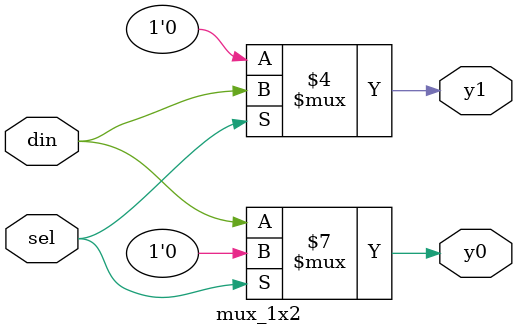
<source format=v>
module mux_1x2(
input din,
input sel,
output reg y0,y1
);

	always @(*) begin
	     if (sel==0) begin
		y0=din;
		y1=0;
	     end else begin
		y0=0;
		y1=din;
	     end
	end
endmodule

</source>
